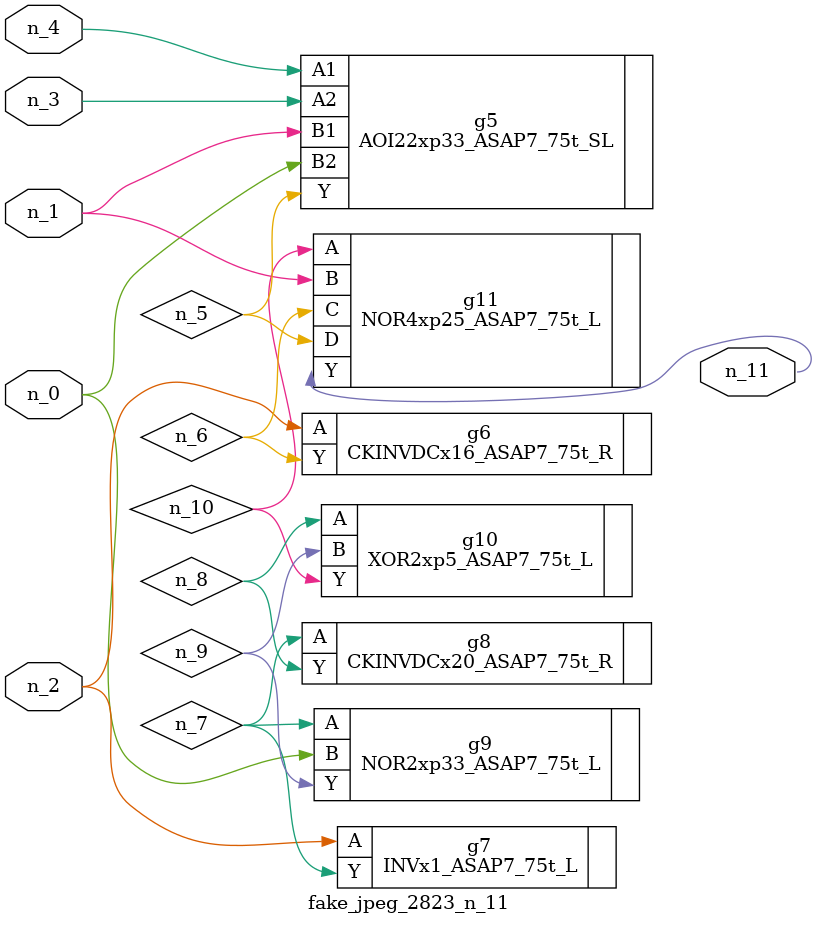
<source format=v>
module fake_jpeg_2823_n_11 (n_3, n_2, n_1, n_0, n_4, n_11);

input n_3;
input n_2;
input n_1;
input n_0;
input n_4;

output n_11;

wire n_10;
wire n_8;
wire n_9;
wire n_6;
wire n_5;
wire n_7;

AOI22xp33_ASAP7_75t_SL g5 ( 
.A1(n_4),
.A2(n_3),
.B1(n_1),
.B2(n_0),
.Y(n_5)
);

CKINVDCx16_ASAP7_75t_R g6 ( 
.A(n_2),
.Y(n_6)
);

INVx1_ASAP7_75t_L g7 ( 
.A(n_2),
.Y(n_7)
);

CKINVDCx20_ASAP7_75t_R g8 ( 
.A(n_7),
.Y(n_8)
);

XOR2xp5_ASAP7_75t_L g10 ( 
.A(n_8),
.B(n_9),
.Y(n_10)
);

NOR2xp33_ASAP7_75t_L g9 ( 
.A(n_7),
.B(n_0),
.Y(n_9)
);

NOR4xp25_ASAP7_75t_L g11 ( 
.A(n_10),
.B(n_1),
.C(n_6),
.D(n_5),
.Y(n_11)
);


endmodule
</source>
